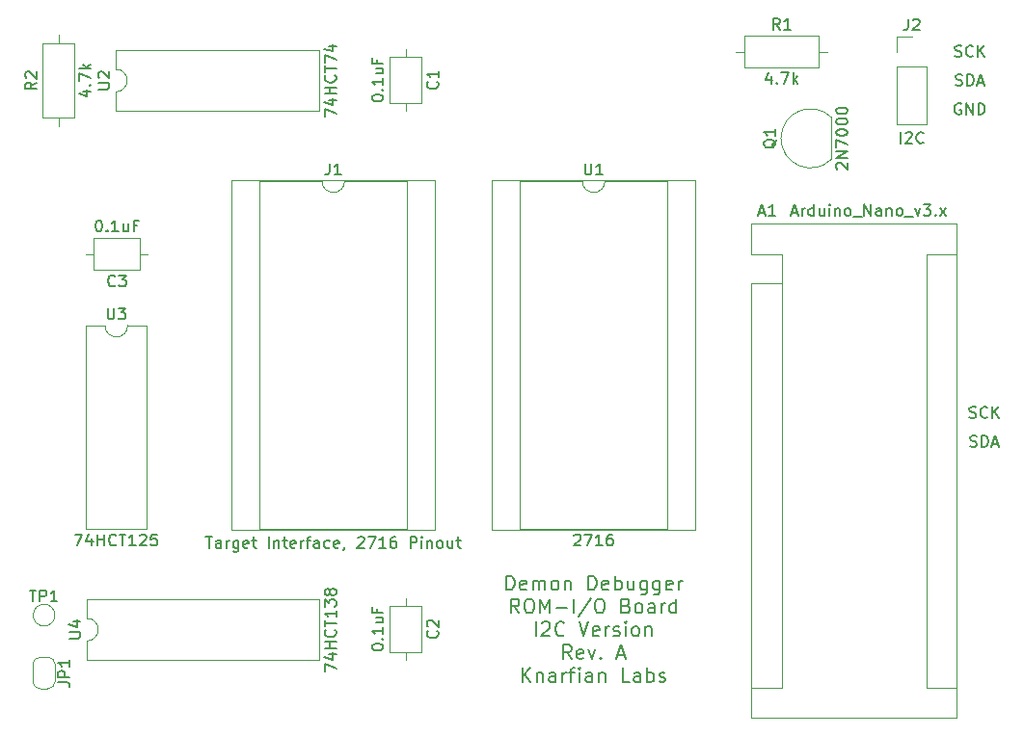
<source format=gbr>
%TF.GenerationSoftware,KiCad,Pcbnew,(5.1.9)-1*%
%TF.CreationDate,2021-04-24T11:27:16-04:00*%
%TF.ProjectId,io_i2c,696f5f69-3263-42e6-9b69-6361645f7063,rev?*%
%TF.SameCoordinates,Original*%
%TF.FileFunction,Legend,Top*%
%TF.FilePolarity,Positive*%
%FSLAX46Y46*%
G04 Gerber Fmt 4.6, Leading zero omitted, Abs format (unit mm)*
G04 Created by KiCad (PCBNEW (5.1.9)-1) date 2021-04-24 11:27:16*
%MOMM*%
%LPD*%
G01*
G04 APERTURE LIST*
%ADD10C,0.150000*%
%ADD11C,0.120000*%
G04 APERTURE END LIST*
D10*
X122428095Y-47760000D02*
X122332857Y-47712380D01*
X122190000Y-47712380D01*
X122047142Y-47760000D01*
X121951904Y-47855238D01*
X121904285Y-47950476D01*
X121856666Y-48140952D01*
X121856666Y-48283809D01*
X121904285Y-48474285D01*
X121951904Y-48569523D01*
X122047142Y-48664761D01*
X122190000Y-48712380D01*
X122285238Y-48712380D01*
X122428095Y-48664761D01*
X122475714Y-48617142D01*
X122475714Y-48283809D01*
X122285238Y-48283809D01*
X122904285Y-48712380D02*
X122904285Y-47712380D01*
X123475714Y-48712380D01*
X123475714Y-47712380D01*
X123951904Y-48712380D02*
X123951904Y-47712380D01*
X124190000Y-47712380D01*
X124332857Y-47760000D01*
X124428095Y-47855238D01*
X124475714Y-47950476D01*
X124523333Y-48140952D01*
X124523333Y-48283809D01*
X124475714Y-48474285D01*
X124428095Y-48569523D01*
X124332857Y-48664761D01*
X124190000Y-48712380D01*
X123951904Y-48712380D01*
X121975714Y-46124761D02*
X122118571Y-46172380D01*
X122356666Y-46172380D01*
X122451904Y-46124761D01*
X122499523Y-46077142D01*
X122547142Y-45981904D01*
X122547142Y-45886666D01*
X122499523Y-45791428D01*
X122451904Y-45743809D01*
X122356666Y-45696190D01*
X122166190Y-45648571D01*
X122070952Y-45600952D01*
X122023333Y-45553333D01*
X121975714Y-45458095D01*
X121975714Y-45362857D01*
X122023333Y-45267619D01*
X122070952Y-45220000D01*
X122166190Y-45172380D01*
X122404285Y-45172380D01*
X122547142Y-45220000D01*
X122975714Y-46172380D02*
X122975714Y-45172380D01*
X123213809Y-45172380D01*
X123356666Y-45220000D01*
X123451904Y-45315238D01*
X123499523Y-45410476D01*
X123547142Y-45600952D01*
X123547142Y-45743809D01*
X123499523Y-45934285D01*
X123451904Y-46029523D01*
X123356666Y-46124761D01*
X123213809Y-46172380D01*
X122975714Y-46172380D01*
X123928095Y-45886666D02*
X124404285Y-45886666D01*
X123832857Y-46172380D02*
X124166190Y-45172380D01*
X124499523Y-46172380D01*
X121904285Y-43584761D02*
X122047142Y-43632380D01*
X122285238Y-43632380D01*
X122380476Y-43584761D01*
X122428095Y-43537142D01*
X122475714Y-43441904D01*
X122475714Y-43346666D01*
X122428095Y-43251428D01*
X122380476Y-43203809D01*
X122285238Y-43156190D01*
X122094761Y-43108571D01*
X121999523Y-43060952D01*
X121951904Y-43013333D01*
X121904285Y-42918095D01*
X121904285Y-42822857D01*
X121951904Y-42727619D01*
X121999523Y-42680000D01*
X122094761Y-42632380D01*
X122332857Y-42632380D01*
X122475714Y-42680000D01*
X123475714Y-43537142D02*
X123428095Y-43584761D01*
X123285238Y-43632380D01*
X123190000Y-43632380D01*
X123047142Y-43584761D01*
X122951904Y-43489523D01*
X122904285Y-43394285D01*
X122856666Y-43203809D01*
X122856666Y-43060952D01*
X122904285Y-42870476D01*
X122951904Y-42775238D01*
X123047142Y-42680000D01*
X123190000Y-42632380D01*
X123285238Y-42632380D01*
X123428095Y-42680000D01*
X123475714Y-42727619D01*
X123904285Y-43632380D02*
X123904285Y-42632380D01*
X124475714Y-43632380D02*
X124047142Y-43060952D01*
X124475714Y-42632380D02*
X123904285Y-43203809D01*
X123245714Y-77874761D02*
X123388571Y-77922380D01*
X123626666Y-77922380D01*
X123721904Y-77874761D01*
X123769523Y-77827142D01*
X123817142Y-77731904D01*
X123817142Y-77636666D01*
X123769523Y-77541428D01*
X123721904Y-77493809D01*
X123626666Y-77446190D01*
X123436190Y-77398571D01*
X123340952Y-77350952D01*
X123293333Y-77303333D01*
X123245714Y-77208095D01*
X123245714Y-77112857D01*
X123293333Y-77017619D01*
X123340952Y-76970000D01*
X123436190Y-76922380D01*
X123674285Y-76922380D01*
X123817142Y-76970000D01*
X124245714Y-77922380D02*
X124245714Y-76922380D01*
X124483809Y-76922380D01*
X124626666Y-76970000D01*
X124721904Y-77065238D01*
X124769523Y-77160476D01*
X124817142Y-77350952D01*
X124817142Y-77493809D01*
X124769523Y-77684285D01*
X124721904Y-77779523D01*
X124626666Y-77874761D01*
X124483809Y-77922380D01*
X124245714Y-77922380D01*
X125198095Y-77636666D02*
X125674285Y-77636666D01*
X125102857Y-77922380D02*
X125436190Y-76922380D01*
X125769523Y-77922380D01*
X123174285Y-75334761D02*
X123317142Y-75382380D01*
X123555238Y-75382380D01*
X123650476Y-75334761D01*
X123698095Y-75287142D01*
X123745714Y-75191904D01*
X123745714Y-75096666D01*
X123698095Y-75001428D01*
X123650476Y-74953809D01*
X123555238Y-74906190D01*
X123364761Y-74858571D01*
X123269523Y-74810952D01*
X123221904Y-74763333D01*
X123174285Y-74668095D01*
X123174285Y-74572857D01*
X123221904Y-74477619D01*
X123269523Y-74430000D01*
X123364761Y-74382380D01*
X123602857Y-74382380D01*
X123745714Y-74430000D01*
X124745714Y-75287142D02*
X124698095Y-75334761D01*
X124555238Y-75382380D01*
X124460000Y-75382380D01*
X124317142Y-75334761D01*
X124221904Y-75239523D01*
X124174285Y-75144285D01*
X124126666Y-74953809D01*
X124126666Y-74810952D01*
X124174285Y-74620476D01*
X124221904Y-74525238D01*
X124317142Y-74430000D01*
X124460000Y-74382380D01*
X124555238Y-74382380D01*
X124698095Y-74430000D01*
X124745714Y-74477619D01*
X125174285Y-75382380D02*
X125174285Y-74382380D01*
X125745714Y-75382380D02*
X125317142Y-74810952D01*
X125745714Y-74382380D02*
X125174285Y-74953809D01*
X82521190Y-90495476D02*
X82521190Y-89245476D01*
X82818809Y-89245476D01*
X82997380Y-89305000D01*
X83116428Y-89424047D01*
X83175952Y-89543095D01*
X83235476Y-89781190D01*
X83235476Y-89959761D01*
X83175952Y-90197857D01*
X83116428Y-90316904D01*
X82997380Y-90435952D01*
X82818809Y-90495476D01*
X82521190Y-90495476D01*
X84247380Y-90435952D02*
X84128333Y-90495476D01*
X83890238Y-90495476D01*
X83771190Y-90435952D01*
X83711666Y-90316904D01*
X83711666Y-89840714D01*
X83771190Y-89721666D01*
X83890238Y-89662142D01*
X84128333Y-89662142D01*
X84247380Y-89721666D01*
X84306904Y-89840714D01*
X84306904Y-89959761D01*
X83711666Y-90078809D01*
X84842619Y-90495476D02*
X84842619Y-89662142D01*
X84842619Y-89781190D02*
X84902142Y-89721666D01*
X85021190Y-89662142D01*
X85199761Y-89662142D01*
X85318809Y-89721666D01*
X85378333Y-89840714D01*
X85378333Y-90495476D01*
X85378333Y-89840714D02*
X85437857Y-89721666D01*
X85556904Y-89662142D01*
X85735476Y-89662142D01*
X85854523Y-89721666D01*
X85914047Y-89840714D01*
X85914047Y-90495476D01*
X86687857Y-90495476D02*
X86568809Y-90435952D01*
X86509285Y-90376428D01*
X86449761Y-90257380D01*
X86449761Y-89900238D01*
X86509285Y-89781190D01*
X86568809Y-89721666D01*
X86687857Y-89662142D01*
X86866428Y-89662142D01*
X86985476Y-89721666D01*
X87045000Y-89781190D01*
X87104523Y-89900238D01*
X87104523Y-90257380D01*
X87045000Y-90376428D01*
X86985476Y-90435952D01*
X86866428Y-90495476D01*
X86687857Y-90495476D01*
X87640238Y-89662142D02*
X87640238Y-90495476D01*
X87640238Y-89781190D02*
X87699761Y-89721666D01*
X87818809Y-89662142D01*
X87997380Y-89662142D01*
X88116428Y-89721666D01*
X88175952Y-89840714D01*
X88175952Y-90495476D01*
X89723571Y-90495476D02*
X89723571Y-89245476D01*
X90021190Y-89245476D01*
X90199761Y-89305000D01*
X90318809Y-89424047D01*
X90378333Y-89543095D01*
X90437857Y-89781190D01*
X90437857Y-89959761D01*
X90378333Y-90197857D01*
X90318809Y-90316904D01*
X90199761Y-90435952D01*
X90021190Y-90495476D01*
X89723571Y-90495476D01*
X91449761Y-90435952D02*
X91330714Y-90495476D01*
X91092619Y-90495476D01*
X90973571Y-90435952D01*
X90914047Y-90316904D01*
X90914047Y-89840714D01*
X90973571Y-89721666D01*
X91092619Y-89662142D01*
X91330714Y-89662142D01*
X91449761Y-89721666D01*
X91509285Y-89840714D01*
X91509285Y-89959761D01*
X90914047Y-90078809D01*
X92045000Y-90495476D02*
X92045000Y-89245476D01*
X92045000Y-89721666D02*
X92164047Y-89662142D01*
X92402142Y-89662142D01*
X92521190Y-89721666D01*
X92580714Y-89781190D01*
X92640238Y-89900238D01*
X92640238Y-90257380D01*
X92580714Y-90376428D01*
X92521190Y-90435952D01*
X92402142Y-90495476D01*
X92164047Y-90495476D01*
X92045000Y-90435952D01*
X93711666Y-89662142D02*
X93711666Y-90495476D01*
X93175952Y-89662142D02*
X93175952Y-90316904D01*
X93235476Y-90435952D01*
X93354523Y-90495476D01*
X93533095Y-90495476D01*
X93652142Y-90435952D01*
X93711666Y-90376428D01*
X94842619Y-89662142D02*
X94842619Y-90674047D01*
X94783095Y-90793095D01*
X94723571Y-90852619D01*
X94604523Y-90912142D01*
X94425952Y-90912142D01*
X94306904Y-90852619D01*
X94842619Y-90435952D02*
X94723571Y-90495476D01*
X94485476Y-90495476D01*
X94366428Y-90435952D01*
X94306904Y-90376428D01*
X94247380Y-90257380D01*
X94247380Y-89900238D01*
X94306904Y-89781190D01*
X94366428Y-89721666D01*
X94485476Y-89662142D01*
X94723571Y-89662142D01*
X94842619Y-89721666D01*
X95973571Y-89662142D02*
X95973571Y-90674047D01*
X95914047Y-90793095D01*
X95854523Y-90852619D01*
X95735476Y-90912142D01*
X95556904Y-90912142D01*
X95437857Y-90852619D01*
X95973571Y-90435952D02*
X95854523Y-90495476D01*
X95616428Y-90495476D01*
X95497380Y-90435952D01*
X95437857Y-90376428D01*
X95378333Y-90257380D01*
X95378333Y-89900238D01*
X95437857Y-89781190D01*
X95497380Y-89721666D01*
X95616428Y-89662142D01*
X95854523Y-89662142D01*
X95973571Y-89721666D01*
X97045000Y-90435952D02*
X96925952Y-90495476D01*
X96687857Y-90495476D01*
X96568809Y-90435952D01*
X96509285Y-90316904D01*
X96509285Y-89840714D01*
X96568809Y-89721666D01*
X96687857Y-89662142D01*
X96925952Y-89662142D01*
X97045000Y-89721666D01*
X97104523Y-89840714D01*
X97104523Y-89959761D01*
X96509285Y-90078809D01*
X97640238Y-90495476D02*
X97640238Y-89662142D01*
X97640238Y-89900238D02*
X97699761Y-89781190D01*
X97759285Y-89721666D01*
X97878333Y-89662142D01*
X97997380Y-89662142D01*
X83622380Y-92520476D02*
X83205714Y-91925238D01*
X82908095Y-92520476D02*
X82908095Y-91270476D01*
X83384285Y-91270476D01*
X83503333Y-91330000D01*
X83562857Y-91389523D01*
X83622380Y-91508571D01*
X83622380Y-91687142D01*
X83562857Y-91806190D01*
X83503333Y-91865714D01*
X83384285Y-91925238D01*
X82908095Y-91925238D01*
X84396190Y-91270476D02*
X84634285Y-91270476D01*
X84753333Y-91330000D01*
X84872380Y-91449047D01*
X84931904Y-91687142D01*
X84931904Y-92103809D01*
X84872380Y-92341904D01*
X84753333Y-92460952D01*
X84634285Y-92520476D01*
X84396190Y-92520476D01*
X84277142Y-92460952D01*
X84158095Y-92341904D01*
X84098571Y-92103809D01*
X84098571Y-91687142D01*
X84158095Y-91449047D01*
X84277142Y-91330000D01*
X84396190Y-91270476D01*
X85467619Y-92520476D02*
X85467619Y-91270476D01*
X85884285Y-92163333D01*
X86300952Y-91270476D01*
X86300952Y-92520476D01*
X86896190Y-92044285D02*
X87848571Y-92044285D01*
X88443809Y-92520476D02*
X88443809Y-91270476D01*
X89931904Y-91210952D02*
X88860476Y-92818095D01*
X90586666Y-91270476D02*
X90824761Y-91270476D01*
X90943809Y-91330000D01*
X91062857Y-91449047D01*
X91122380Y-91687142D01*
X91122380Y-92103809D01*
X91062857Y-92341904D01*
X90943809Y-92460952D01*
X90824761Y-92520476D01*
X90586666Y-92520476D01*
X90467619Y-92460952D01*
X90348571Y-92341904D01*
X90289047Y-92103809D01*
X90289047Y-91687142D01*
X90348571Y-91449047D01*
X90467619Y-91330000D01*
X90586666Y-91270476D01*
X93027142Y-91865714D02*
X93205714Y-91925238D01*
X93265238Y-91984761D01*
X93324761Y-92103809D01*
X93324761Y-92282380D01*
X93265238Y-92401428D01*
X93205714Y-92460952D01*
X93086666Y-92520476D01*
X92610476Y-92520476D01*
X92610476Y-91270476D01*
X93027142Y-91270476D01*
X93146190Y-91330000D01*
X93205714Y-91389523D01*
X93265238Y-91508571D01*
X93265238Y-91627619D01*
X93205714Y-91746666D01*
X93146190Y-91806190D01*
X93027142Y-91865714D01*
X92610476Y-91865714D01*
X94039047Y-92520476D02*
X93920000Y-92460952D01*
X93860476Y-92401428D01*
X93800952Y-92282380D01*
X93800952Y-91925238D01*
X93860476Y-91806190D01*
X93920000Y-91746666D01*
X94039047Y-91687142D01*
X94217619Y-91687142D01*
X94336666Y-91746666D01*
X94396190Y-91806190D01*
X94455714Y-91925238D01*
X94455714Y-92282380D01*
X94396190Y-92401428D01*
X94336666Y-92460952D01*
X94217619Y-92520476D01*
X94039047Y-92520476D01*
X95527142Y-92520476D02*
X95527142Y-91865714D01*
X95467619Y-91746666D01*
X95348571Y-91687142D01*
X95110476Y-91687142D01*
X94991428Y-91746666D01*
X95527142Y-92460952D02*
X95408095Y-92520476D01*
X95110476Y-92520476D01*
X94991428Y-92460952D01*
X94931904Y-92341904D01*
X94931904Y-92222857D01*
X94991428Y-92103809D01*
X95110476Y-92044285D01*
X95408095Y-92044285D01*
X95527142Y-91984761D01*
X96122380Y-92520476D02*
X96122380Y-91687142D01*
X96122380Y-91925238D02*
X96181904Y-91806190D01*
X96241428Y-91746666D01*
X96360476Y-91687142D01*
X96479523Y-91687142D01*
X97431904Y-92520476D02*
X97431904Y-91270476D01*
X97431904Y-92460952D02*
X97312857Y-92520476D01*
X97074761Y-92520476D01*
X96955714Y-92460952D01*
X96896190Y-92401428D01*
X96836666Y-92282380D01*
X96836666Y-91925238D01*
X96896190Y-91806190D01*
X96955714Y-91746666D01*
X97074761Y-91687142D01*
X97312857Y-91687142D01*
X97431904Y-91746666D01*
X85080714Y-94545476D02*
X85080714Y-93295476D01*
X85616428Y-93414523D02*
X85675952Y-93355000D01*
X85795000Y-93295476D01*
X86092619Y-93295476D01*
X86211666Y-93355000D01*
X86271190Y-93414523D01*
X86330714Y-93533571D01*
X86330714Y-93652619D01*
X86271190Y-93831190D01*
X85556904Y-94545476D01*
X86330714Y-94545476D01*
X87580714Y-94426428D02*
X87521190Y-94485952D01*
X87342619Y-94545476D01*
X87223571Y-94545476D01*
X87045000Y-94485952D01*
X86925952Y-94366904D01*
X86866428Y-94247857D01*
X86806904Y-94009761D01*
X86806904Y-93831190D01*
X86866428Y-93593095D01*
X86925952Y-93474047D01*
X87045000Y-93355000D01*
X87223571Y-93295476D01*
X87342619Y-93295476D01*
X87521190Y-93355000D01*
X87580714Y-93414523D01*
X88890238Y-93295476D02*
X89306904Y-94545476D01*
X89723571Y-93295476D01*
X90616428Y-94485952D02*
X90497380Y-94545476D01*
X90259285Y-94545476D01*
X90140238Y-94485952D01*
X90080714Y-94366904D01*
X90080714Y-93890714D01*
X90140238Y-93771666D01*
X90259285Y-93712142D01*
X90497380Y-93712142D01*
X90616428Y-93771666D01*
X90675952Y-93890714D01*
X90675952Y-94009761D01*
X90080714Y-94128809D01*
X91211666Y-94545476D02*
X91211666Y-93712142D01*
X91211666Y-93950238D02*
X91271190Y-93831190D01*
X91330714Y-93771666D01*
X91449761Y-93712142D01*
X91568809Y-93712142D01*
X91925952Y-94485952D02*
X92045000Y-94545476D01*
X92283095Y-94545476D01*
X92402142Y-94485952D01*
X92461666Y-94366904D01*
X92461666Y-94307380D01*
X92402142Y-94188333D01*
X92283095Y-94128809D01*
X92104523Y-94128809D01*
X91985476Y-94069285D01*
X91925952Y-93950238D01*
X91925952Y-93890714D01*
X91985476Y-93771666D01*
X92104523Y-93712142D01*
X92283095Y-93712142D01*
X92402142Y-93771666D01*
X92997380Y-94545476D02*
X92997380Y-93712142D01*
X92997380Y-93295476D02*
X92937857Y-93355000D01*
X92997380Y-93414523D01*
X93056904Y-93355000D01*
X92997380Y-93295476D01*
X92997380Y-93414523D01*
X93771190Y-94545476D02*
X93652142Y-94485952D01*
X93592619Y-94426428D01*
X93533095Y-94307380D01*
X93533095Y-93950238D01*
X93592619Y-93831190D01*
X93652142Y-93771666D01*
X93771190Y-93712142D01*
X93949761Y-93712142D01*
X94068809Y-93771666D01*
X94128333Y-93831190D01*
X94187857Y-93950238D01*
X94187857Y-94307380D01*
X94128333Y-94426428D01*
X94068809Y-94485952D01*
X93949761Y-94545476D01*
X93771190Y-94545476D01*
X94723571Y-93712142D02*
X94723571Y-94545476D01*
X94723571Y-93831190D02*
X94783095Y-93771666D01*
X94902142Y-93712142D01*
X95080714Y-93712142D01*
X95199761Y-93771666D01*
X95259285Y-93890714D01*
X95259285Y-94545476D01*
X88235476Y-96570476D02*
X87818809Y-95975238D01*
X87521190Y-96570476D02*
X87521190Y-95320476D01*
X87997380Y-95320476D01*
X88116428Y-95380000D01*
X88175952Y-95439523D01*
X88235476Y-95558571D01*
X88235476Y-95737142D01*
X88175952Y-95856190D01*
X88116428Y-95915714D01*
X87997380Y-95975238D01*
X87521190Y-95975238D01*
X89247380Y-96510952D02*
X89128333Y-96570476D01*
X88890238Y-96570476D01*
X88771190Y-96510952D01*
X88711666Y-96391904D01*
X88711666Y-95915714D01*
X88771190Y-95796666D01*
X88890238Y-95737142D01*
X89128333Y-95737142D01*
X89247380Y-95796666D01*
X89306904Y-95915714D01*
X89306904Y-96034761D01*
X88711666Y-96153809D01*
X89723571Y-95737142D02*
X90021190Y-96570476D01*
X90318809Y-95737142D01*
X90795000Y-96451428D02*
X90854523Y-96510952D01*
X90795000Y-96570476D01*
X90735476Y-96510952D01*
X90795000Y-96451428D01*
X90795000Y-96570476D01*
X92283095Y-96213333D02*
X92878333Y-96213333D01*
X92164047Y-96570476D02*
X92580714Y-95320476D01*
X92997380Y-96570476D01*
X83920000Y-98595476D02*
X83920000Y-97345476D01*
X84634285Y-98595476D02*
X84098571Y-97881190D01*
X84634285Y-97345476D02*
X83920000Y-98059761D01*
X85170000Y-97762142D02*
X85170000Y-98595476D01*
X85170000Y-97881190D02*
X85229523Y-97821666D01*
X85348571Y-97762142D01*
X85527142Y-97762142D01*
X85646190Y-97821666D01*
X85705714Y-97940714D01*
X85705714Y-98595476D01*
X86836666Y-98595476D02*
X86836666Y-97940714D01*
X86777142Y-97821666D01*
X86658095Y-97762142D01*
X86420000Y-97762142D01*
X86300952Y-97821666D01*
X86836666Y-98535952D02*
X86717619Y-98595476D01*
X86420000Y-98595476D01*
X86300952Y-98535952D01*
X86241428Y-98416904D01*
X86241428Y-98297857D01*
X86300952Y-98178809D01*
X86420000Y-98119285D01*
X86717619Y-98119285D01*
X86836666Y-98059761D01*
X87431904Y-98595476D02*
X87431904Y-97762142D01*
X87431904Y-98000238D02*
X87491428Y-97881190D01*
X87550952Y-97821666D01*
X87670000Y-97762142D01*
X87789047Y-97762142D01*
X88027142Y-97762142D02*
X88503333Y-97762142D01*
X88205714Y-98595476D02*
X88205714Y-97524047D01*
X88265238Y-97405000D01*
X88384285Y-97345476D01*
X88503333Y-97345476D01*
X88920000Y-98595476D02*
X88920000Y-97762142D01*
X88920000Y-97345476D02*
X88860476Y-97405000D01*
X88920000Y-97464523D01*
X88979523Y-97405000D01*
X88920000Y-97345476D01*
X88920000Y-97464523D01*
X90050952Y-98595476D02*
X90050952Y-97940714D01*
X89991428Y-97821666D01*
X89872380Y-97762142D01*
X89634285Y-97762142D01*
X89515238Y-97821666D01*
X90050952Y-98535952D02*
X89931904Y-98595476D01*
X89634285Y-98595476D01*
X89515238Y-98535952D01*
X89455714Y-98416904D01*
X89455714Y-98297857D01*
X89515238Y-98178809D01*
X89634285Y-98119285D01*
X89931904Y-98119285D01*
X90050952Y-98059761D01*
X90646190Y-97762142D02*
X90646190Y-98595476D01*
X90646190Y-97881190D02*
X90705714Y-97821666D01*
X90824761Y-97762142D01*
X91003333Y-97762142D01*
X91122380Y-97821666D01*
X91181904Y-97940714D01*
X91181904Y-98595476D01*
X93324761Y-98595476D02*
X92729523Y-98595476D01*
X92729523Y-97345476D01*
X94277142Y-98595476D02*
X94277142Y-97940714D01*
X94217619Y-97821666D01*
X94098571Y-97762142D01*
X93860476Y-97762142D01*
X93741428Y-97821666D01*
X94277142Y-98535952D02*
X94158095Y-98595476D01*
X93860476Y-98595476D01*
X93741428Y-98535952D01*
X93681904Y-98416904D01*
X93681904Y-98297857D01*
X93741428Y-98178809D01*
X93860476Y-98119285D01*
X94158095Y-98119285D01*
X94277142Y-98059761D01*
X94872380Y-98595476D02*
X94872380Y-97345476D01*
X94872380Y-97821666D02*
X94991428Y-97762142D01*
X95229523Y-97762142D01*
X95348571Y-97821666D01*
X95408095Y-97881190D01*
X95467619Y-98000238D01*
X95467619Y-98357380D01*
X95408095Y-98476428D01*
X95348571Y-98535952D01*
X95229523Y-98595476D01*
X94991428Y-98595476D01*
X94872380Y-98535952D01*
X95943809Y-98535952D02*
X96062857Y-98595476D01*
X96300952Y-98595476D01*
X96420000Y-98535952D01*
X96479523Y-98416904D01*
X96479523Y-98357380D01*
X96420000Y-98238333D01*
X96300952Y-98178809D01*
X96122380Y-98178809D01*
X96003333Y-98119285D01*
X95943809Y-98000238D01*
X95943809Y-97940714D01*
X96003333Y-97821666D01*
X96122380Y-97762142D01*
X96300952Y-97762142D01*
X96420000Y-97821666D01*
D11*
%TO.C,U4*%
X45660000Y-91330000D02*
X45660000Y-92980000D01*
X66100000Y-91330000D02*
X45660000Y-91330000D01*
X66100000Y-96630000D02*
X66100000Y-91330000D01*
X45660000Y-96630000D02*
X66100000Y-96630000D01*
X45660000Y-94980000D02*
X45660000Y-96630000D01*
X45660000Y-92980000D02*
G75*
G02*
X45660000Y-94980000I0J-1000000D01*
G01*
%TO.C,TP1*%
X42860000Y-92710000D02*
G75*
G03*
X42860000Y-92710000I-950000J0D01*
G01*
%TO.C,JP1*%
X42910000Y-97090000D02*
X42910000Y-98490000D01*
X42210000Y-99190000D02*
X41610000Y-99190000D01*
X40910000Y-98490000D02*
X40910000Y-97090000D01*
X41610000Y-96390000D02*
X42210000Y-96390000D01*
X42210000Y-96390000D02*
G75*
G02*
X42910000Y-97090000I0J-700000D01*
G01*
X40910000Y-97090000D02*
G75*
G02*
X41610000Y-96390000I700000J0D01*
G01*
X41610000Y-99190000D02*
G75*
G02*
X40910000Y-98490000I0J700000D01*
G01*
X42910000Y-98490000D02*
G75*
G02*
X42210000Y-99190000I-700000J0D01*
G01*
%TO.C,U1*%
X99120000Y-54490000D02*
X81220000Y-54490000D01*
X99120000Y-85210000D02*
X99120000Y-54490000D01*
X81220000Y-85210000D02*
X99120000Y-85210000D01*
X81220000Y-54490000D02*
X81220000Y-85210000D01*
X96630000Y-54550000D02*
X91170000Y-54550000D01*
X96630000Y-85150000D02*
X96630000Y-54550000D01*
X83710000Y-85150000D02*
X96630000Y-85150000D01*
X83710000Y-54550000D02*
X83710000Y-85150000D01*
X89170000Y-54550000D02*
X83710000Y-54550000D01*
X91170000Y-54550000D02*
G75*
G02*
X89170000Y-54550000I-1000000J0D01*
G01*
%TO.C,C3*%
X45610000Y-60960000D02*
X46300000Y-60960000D01*
X51030000Y-60960000D02*
X50340000Y-60960000D01*
X46300000Y-62380000D02*
X50340000Y-62380000D01*
X46300000Y-59540000D02*
X46300000Y-62380000D01*
X50340000Y-59540000D02*
X46300000Y-59540000D01*
X50340000Y-62380000D02*
X50340000Y-59540000D01*
%TO.C,C2*%
X73660000Y-96630000D02*
X73660000Y-95940000D01*
X73660000Y-91210000D02*
X73660000Y-91900000D01*
X75080000Y-95940000D02*
X75080000Y-91900000D01*
X72240000Y-95940000D02*
X75080000Y-95940000D01*
X72240000Y-91900000D02*
X72240000Y-95940000D01*
X75080000Y-91900000D02*
X72240000Y-91900000D01*
%TO.C,C1*%
X73660000Y-48370000D02*
X73660000Y-47680000D01*
X73660000Y-42950000D02*
X73660000Y-43640000D01*
X75080000Y-47680000D02*
X75080000Y-43640000D01*
X72240000Y-47680000D02*
X75080000Y-47680000D01*
X72240000Y-43640000D02*
X72240000Y-47680000D01*
X75080000Y-43640000D02*
X72240000Y-43640000D01*
%TO.C,R1*%
X110720000Y-43180000D02*
X109950000Y-43180000D01*
X102640000Y-43180000D02*
X103410000Y-43180000D01*
X109950000Y-41810000D02*
X103410000Y-41810000D01*
X109950000Y-44550000D02*
X109950000Y-41810000D01*
X103410000Y-44550000D02*
X109950000Y-44550000D01*
X103410000Y-41810000D02*
X103410000Y-44550000D01*
%TO.C,R2*%
X43180000Y-41680000D02*
X43180000Y-42450000D01*
X43180000Y-49760000D02*
X43180000Y-48990000D01*
X41810000Y-42450000D02*
X41810000Y-48990000D01*
X44550000Y-42450000D02*
X41810000Y-42450000D01*
X44550000Y-48990000D02*
X44550000Y-42450000D01*
X41810000Y-48990000D02*
X44550000Y-48990000D01*
%TO.C,J2*%
X116780000Y-41850000D02*
X118110000Y-41850000D01*
X116780000Y-43180000D02*
X116780000Y-41850000D01*
X116780000Y-44450000D02*
X119440000Y-44450000D01*
X119440000Y-44450000D02*
X119440000Y-49590000D01*
X116780000Y-44450000D02*
X116780000Y-49590000D01*
X116780000Y-49590000D02*
X119440000Y-49590000D01*
%TO.C,Q1*%
X111070000Y-52600000D02*
X111070000Y-49000000D01*
X111058478Y-48961522D02*
G75*
G03*
X106620000Y-50800000I-1838478J-1838478D01*
G01*
X111058478Y-52638478D02*
G75*
G02*
X106620000Y-50800000I-1838478J1838478D01*
G01*
%TO.C,U3*%
X50910000Y-67250000D02*
X49260000Y-67250000D01*
X50910000Y-85150000D02*
X50910000Y-67250000D01*
X45610000Y-85150000D02*
X50910000Y-85150000D01*
X45610000Y-67250000D02*
X45610000Y-85150000D01*
X47260000Y-67250000D02*
X45610000Y-67250000D01*
X49260000Y-67250000D02*
G75*
G02*
X47260000Y-67250000I-1000000J0D01*
G01*
%TO.C,U2*%
X48200000Y-43070000D02*
X48200000Y-44720000D01*
X66100000Y-43070000D02*
X48200000Y-43070000D01*
X66100000Y-48370000D02*
X66100000Y-43070000D01*
X48200000Y-48370000D02*
X66100000Y-48370000D01*
X48200000Y-46720000D02*
X48200000Y-48370000D01*
X48200000Y-44720000D02*
G75*
G02*
X48200000Y-46720000I0J-1000000D01*
G01*
%TO.C,J1*%
X76260000Y-54490000D02*
X58360000Y-54490000D01*
X76260000Y-85210000D02*
X76260000Y-54490000D01*
X58360000Y-85210000D02*
X76260000Y-85210000D01*
X58360000Y-54490000D02*
X58360000Y-85210000D01*
X73770000Y-54550000D02*
X68310000Y-54550000D01*
X73770000Y-85150000D02*
X73770000Y-54550000D01*
X60850000Y-85150000D02*
X73770000Y-85150000D01*
X60850000Y-54550000D02*
X60850000Y-85150000D01*
X66310000Y-54550000D02*
X60850000Y-54550000D01*
X68310000Y-54550000D02*
G75*
G02*
X66310000Y-54550000I-1000000J0D01*
G01*
%TO.C,A1*%
X122050000Y-58290000D02*
X104010000Y-58290000D01*
X122050000Y-101730000D02*
X122050000Y-58290000D01*
X104010000Y-101730000D02*
X122050000Y-101730000D01*
X106680000Y-99060000D02*
X104010000Y-99060000D01*
X106680000Y-63500000D02*
X106680000Y-99060000D01*
X106680000Y-63500000D02*
X104010000Y-63500000D01*
X119380000Y-99060000D02*
X122050000Y-99060000D01*
X119380000Y-60960000D02*
X119380000Y-99060000D01*
X119380000Y-60960000D02*
X122050000Y-60960000D01*
X104010000Y-58290000D02*
X104010000Y-60960000D01*
X104010000Y-63500000D02*
X104010000Y-101730000D01*
X106680000Y-60960000D02*
X104010000Y-60960000D01*
X106680000Y-63500000D02*
X106680000Y-60960000D01*
%TO.C,U4*%
D10*
X44112380Y-94741904D02*
X44921904Y-94741904D01*
X45017142Y-94694285D01*
X45064761Y-94646666D01*
X45112380Y-94551428D01*
X45112380Y-94360952D01*
X45064761Y-94265714D01*
X45017142Y-94218095D01*
X44921904Y-94170476D01*
X44112380Y-94170476D01*
X44445714Y-93265714D02*
X45112380Y-93265714D01*
X44064761Y-93503809D02*
X44779047Y-93741904D01*
X44779047Y-93122857D01*
X66552380Y-97622857D02*
X66552380Y-96956190D01*
X67552380Y-97384761D01*
X66885714Y-96146666D02*
X67552380Y-96146666D01*
X66504761Y-96384761D02*
X67219047Y-96622857D01*
X67219047Y-96003809D01*
X67552380Y-95622857D02*
X66552380Y-95622857D01*
X67028571Y-95622857D02*
X67028571Y-95051428D01*
X67552380Y-95051428D02*
X66552380Y-95051428D01*
X67457142Y-94003809D02*
X67504761Y-94051428D01*
X67552380Y-94194285D01*
X67552380Y-94289523D01*
X67504761Y-94432380D01*
X67409523Y-94527619D01*
X67314285Y-94575238D01*
X67123809Y-94622857D01*
X66980952Y-94622857D01*
X66790476Y-94575238D01*
X66695238Y-94527619D01*
X66600000Y-94432380D01*
X66552380Y-94289523D01*
X66552380Y-94194285D01*
X66600000Y-94051428D01*
X66647619Y-94003809D01*
X66552380Y-93718095D02*
X66552380Y-93146666D01*
X67552380Y-93432380D02*
X66552380Y-93432380D01*
X67552380Y-92289523D02*
X67552380Y-92860952D01*
X67552380Y-92575238D02*
X66552380Y-92575238D01*
X66695238Y-92670476D01*
X66790476Y-92765714D01*
X66838095Y-92860952D01*
X66552380Y-91956190D02*
X66552380Y-91337142D01*
X66933333Y-91670476D01*
X66933333Y-91527619D01*
X66980952Y-91432380D01*
X67028571Y-91384761D01*
X67123809Y-91337142D01*
X67361904Y-91337142D01*
X67457142Y-91384761D01*
X67504761Y-91432380D01*
X67552380Y-91527619D01*
X67552380Y-91813333D01*
X67504761Y-91908571D01*
X67457142Y-91956190D01*
X66980952Y-90765714D02*
X66933333Y-90860952D01*
X66885714Y-90908571D01*
X66790476Y-90956190D01*
X66742857Y-90956190D01*
X66647619Y-90908571D01*
X66600000Y-90860952D01*
X66552380Y-90765714D01*
X66552380Y-90575238D01*
X66600000Y-90480000D01*
X66647619Y-90432380D01*
X66742857Y-90384761D01*
X66790476Y-90384761D01*
X66885714Y-90432380D01*
X66933333Y-90480000D01*
X66980952Y-90575238D01*
X66980952Y-90765714D01*
X67028571Y-90860952D01*
X67076190Y-90908571D01*
X67171428Y-90956190D01*
X67361904Y-90956190D01*
X67457142Y-90908571D01*
X67504761Y-90860952D01*
X67552380Y-90765714D01*
X67552380Y-90575238D01*
X67504761Y-90480000D01*
X67457142Y-90432380D01*
X67361904Y-90384761D01*
X67171428Y-90384761D01*
X67076190Y-90432380D01*
X67028571Y-90480000D01*
X66980952Y-90575238D01*
%TO.C,TP1*%
X40648095Y-90514380D02*
X41219523Y-90514380D01*
X40933809Y-91514380D02*
X40933809Y-90514380D01*
X41552857Y-91514380D02*
X41552857Y-90514380D01*
X41933809Y-90514380D01*
X42029047Y-90562000D01*
X42076666Y-90609619D01*
X42124285Y-90704857D01*
X42124285Y-90847714D01*
X42076666Y-90942952D01*
X42029047Y-90990571D01*
X41933809Y-91038190D01*
X41552857Y-91038190D01*
X43076666Y-91514380D02*
X42505238Y-91514380D01*
X42790952Y-91514380D02*
X42790952Y-90514380D01*
X42695714Y-90657238D01*
X42600476Y-90752476D01*
X42505238Y-90800095D01*
%TO.C,JP1*%
X43162380Y-98623333D02*
X43876666Y-98623333D01*
X44019523Y-98670952D01*
X44114761Y-98766190D01*
X44162380Y-98909047D01*
X44162380Y-99004285D01*
X44162380Y-98147142D02*
X43162380Y-98147142D01*
X43162380Y-97766190D01*
X43210000Y-97670952D01*
X43257619Y-97623333D01*
X43352857Y-97575714D01*
X43495714Y-97575714D01*
X43590952Y-97623333D01*
X43638571Y-97670952D01*
X43686190Y-97766190D01*
X43686190Y-98147142D01*
X44162380Y-96623333D02*
X44162380Y-97194761D01*
X44162380Y-96909047D02*
X43162380Y-96909047D01*
X43305238Y-97004285D01*
X43400476Y-97099523D01*
X43448095Y-97194761D01*
%TO.C,U1*%
X89408095Y-53002380D02*
X89408095Y-53811904D01*
X89455714Y-53907142D01*
X89503333Y-53954761D01*
X89598571Y-54002380D01*
X89789047Y-54002380D01*
X89884285Y-53954761D01*
X89931904Y-53907142D01*
X89979523Y-53811904D01*
X89979523Y-53002380D01*
X90979523Y-54002380D02*
X90408095Y-54002380D01*
X90693809Y-54002380D02*
X90693809Y-53002380D01*
X90598571Y-53145238D01*
X90503333Y-53240476D01*
X90408095Y-53288095D01*
X88455714Y-85697619D02*
X88503333Y-85650000D01*
X88598571Y-85602380D01*
X88836666Y-85602380D01*
X88931904Y-85650000D01*
X88979523Y-85697619D01*
X89027142Y-85792857D01*
X89027142Y-85888095D01*
X88979523Y-86030952D01*
X88408095Y-86602380D01*
X89027142Y-86602380D01*
X89360476Y-85602380D02*
X90027142Y-85602380D01*
X89598571Y-86602380D01*
X90931904Y-86602380D02*
X90360476Y-86602380D01*
X90646190Y-86602380D02*
X90646190Y-85602380D01*
X90550952Y-85745238D01*
X90455714Y-85840476D01*
X90360476Y-85888095D01*
X91789047Y-85602380D02*
X91598571Y-85602380D01*
X91503333Y-85650000D01*
X91455714Y-85697619D01*
X91360476Y-85840476D01*
X91312857Y-86030952D01*
X91312857Y-86411904D01*
X91360476Y-86507142D01*
X91408095Y-86554761D01*
X91503333Y-86602380D01*
X91693809Y-86602380D01*
X91789047Y-86554761D01*
X91836666Y-86507142D01*
X91884285Y-86411904D01*
X91884285Y-86173809D01*
X91836666Y-86078571D01*
X91789047Y-86030952D01*
X91693809Y-85983333D01*
X91503333Y-85983333D01*
X91408095Y-86030952D01*
X91360476Y-86078571D01*
X91312857Y-86173809D01*
%TO.C,C3*%
X48153333Y-63737142D02*
X48105714Y-63784761D01*
X47962857Y-63832380D01*
X47867619Y-63832380D01*
X47724761Y-63784761D01*
X47629523Y-63689523D01*
X47581904Y-63594285D01*
X47534285Y-63403809D01*
X47534285Y-63260952D01*
X47581904Y-63070476D01*
X47629523Y-62975238D01*
X47724761Y-62880000D01*
X47867619Y-62832380D01*
X47962857Y-62832380D01*
X48105714Y-62880000D01*
X48153333Y-62927619D01*
X48486666Y-62832380D02*
X49105714Y-62832380D01*
X48772380Y-63213333D01*
X48915238Y-63213333D01*
X49010476Y-63260952D01*
X49058095Y-63308571D01*
X49105714Y-63403809D01*
X49105714Y-63641904D01*
X49058095Y-63737142D01*
X49010476Y-63784761D01*
X48915238Y-63832380D01*
X48629523Y-63832380D01*
X48534285Y-63784761D01*
X48486666Y-63737142D01*
X46677142Y-57992380D02*
X46772380Y-57992380D01*
X46867619Y-58040000D01*
X46915238Y-58087619D01*
X46962857Y-58182857D01*
X47010476Y-58373333D01*
X47010476Y-58611428D01*
X46962857Y-58801904D01*
X46915238Y-58897142D01*
X46867619Y-58944761D01*
X46772380Y-58992380D01*
X46677142Y-58992380D01*
X46581904Y-58944761D01*
X46534285Y-58897142D01*
X46486666Y-58801904D01*
X46439047Y-58611428D01*
X46439047Y-58373333D01*
X46486666Y-58182857D01*
X46534285Y-58087619D01*
X46581904Y-58040000D01*
X46677142Y-57992380D01*
X47439047Y-58897142D02*
X47486666Y-58944761D01*
X47439047Y-58992380D01*
X47391428Y-58944761D01*
X47439047Y-58897142D01*
X47439047Y-58992380D01*
X48439047Y-58992380D02*
X47867619Y-58992380D01*
X48153333Y-58992380D02*
X48153333Y-57992380D01*
X48058095Y-58135238D01*
X47962857Y-58230476D01*
X47867619Y-58278095D01*
X49296190Y-58325714D02*
X49296190Y-58992380D01*
X48867619Y-58325714D02*
X48867619Y-58849523D01*
X48915238Y-58944761D01*
X49010476Y-58992380D01*
X49153333Y-58992380D01*
X49248571Y-58944761D01*
X49296190Y-58897142D01*
X50105714Y-58468571D02*
X49772380Y-58468571D01*
X49772380Y-58992380D02*
X49772380Y-57992380D01*
X50248571Y-57992380D01*
%TO.C,C2*%
X76437142Y-94086666D02*
X76484761Y-94134285D01*
X76532380Y-94277142D01*
X76532380Y-94372380D01*
X76484761Y-94515238D01*
X76389523Y-94610476D01*
X76294285Y-94658095D01*
X76103809Y-94705714D01*
X75960952Y-94705714D01*
X75770476Y-94658095D01*
X75675238Y-94610476D01*
X75580000Y-94515238D01*
X75532380Y-94372380D01*
X75532380Y-94277142D01*
X75580000Y-94134285D01*
X75627619Y-94086666D01*
X75627619Y-93705714D02*
X75580000Y-93658095D01*
X75532380Y-93562857D01*
X75532380Y-93324761D01*
X75580000Y-93229523D01*
X75627619Y-93181904D01*
X75722857Y-93134285D01*
X75818095Y-93134285D01*
X75960952Y-93181904D01*
X76532380Y-93753333D01*
X76532380Y-93134285D01*
X70692380Y-95562857D02*
X70692380Y-95467619D01*
X70740000Y-95372380D01*
X70787619Y-95324761D01*
X70882857Y-95277142D01*
X71073333Y-95229523D01*
X71311428Y-95229523D01*
X71501904Y-95277142D01*
X71597142Y-95324761D01*
X71644761Y-95372380D01*
X71692380Y-95467619D01*
X71692380Y-95562857D01*
X71644761Y-95658095D01*
X71597142Y-95705714D01*
X71501904Y-95753333D01*
X71311428Y-95800952D01*
X71073333Y-95800952D01*
X70882857Y-95753333D01*
X70787619Y-95705714D01*
X70740000Y-95658095D01*
X70692380Y-95562857D01*
X71597142Y-94800952D02*
X71644761Y-94753333D01*
X71692380Y-94800952D01*
X71644761Y-94848571D01*
X71597142Y-94800952D01*
X71692380Y-94800952D01*
X71692380Y-93800952D02*
X71692380Y-94372380D01*
X71692380Y-94086666D02*
X70692380Y-94086666D01*
X70835238Y-94181904D01*
X70930476Y-94277142D01*
X70978095Y-94372380D01*
X71025714Y-92943809D02*
X71692380Y-92943809D01*
X71025714Y-93372380D02*
X71549523Y-93372380D01*
X71644761Y-93324761D01*
X71692380Y-93229523D01*
X71692380Y-93086666D01*
X71644761Y-92991428D01*
X71597142Y-92943809D01*
X71168571Y-92134285D02*
X71168571Y-92467619D01*
X71692380Y-92467619D02*
X70692380Y-92467619D01*
X70692380Y-91991428D01*
%TO.C,C1*%
X76437142Y-45826666D02*
X76484761Y-45874285D01*
X76532380Y-46017142D01*
X76532380Y-46112380D01*
X76484761Y-46255238D01*
X76389523Y-46350476D01*
X76294285Y-46398095D01*
X76103809Y-46445714D01*
X75960952Y-46445714D01*
X75770476Y-46398095D01*
X75675238Y-46350476D01*
X75580000Y-46255238D01*
X75532380Y-46112380D01*
X75532380Y-46017142D01*
X75580000Y-45874285D01*
X75627619Y-45826666D01*
X76532380Y-44874285D02*
X76532380Y-45445714D01*
X76532380Y-45160000D02*
X75532380Y-45160000D01*
X75675238Y-45255238D01*
X75770476Y-45350476D01*
X75818095Y-45445714D01*
X70692380Y-47302857D02*
X70692380Y-47207619D01*
X70740000Y-47112380D01*
X70787619Y-47064761D01*
X70882857Y-47017142D01*
X71073333Y-46969523D01*
X71311428Y-46969523D01*
X71501904Y-47017142D01*
X71597142Y-47064761D01*
X71644761Y-47112380D01*
X71692380Y-47207619D01*
X71692380Y-47302857D01*
X71644761Y-47398095D01*
X71597142Y-47445714D01*
X71501904Y-47493333D01*
X71311428Y-47540952D01*
X71073333Y-47540952D01*
X70882857Y-47493333D01*
X70787619Y-47445714D01*
X70740000Y-47398095D01*
X70692380Y-47302857D01*
X71597142Y-46540952D02*
X71644761Y-46493333D01*
X71692380Y-46540952D01*
X71644761Y-46588571D01*
X71597142Y-46540952D01*
X71692380Y-46540952D01*
X71692380Y-45540952D02*
X71692380Y-46112380D01*
X71692380Y-45826666D02*
X70692380Y-45826666D01*
X70835238Y-45921904D01*
X70930476Y-46017142D01*
X70978095Y-46112380D01*
X71025714Y-44683809D02*
X71692380Y-44683809D01*
X71025714Y-45112380D02*
X71549523Y-45112380D01*
X71644761Y-45064761D01*
X71692380Y-44969523D01*
X71692380Y-44826666D01*
X71644761Y-44731428D01*
X71597142Y-44683809D01*
X71168571Y-43874285D02*
X71168571Y-44207619D01*
X71692380Y-44207619D02*
X70692380Y-44207619D01*
X70692380Y-43731428D01*
%TO.C,R1*%
X106513333Y-41262380D02*
X106180000Y-40786190D01*
X105941904Y-41262380D02*
X105941904Y-40262380D01*
X106322857Y-40262380D01*
X106418095Y-40310000D01*
X106465714Y-40357619D01*
X106513333Y-40452857D01*
X106513333Y-40595714D01*
X106465714Y-40690952D01*
X106418095Y-40738571D01*
X106322857Y-40786190D01*
X105941904Y-40786190D01*
X107465714Y-41262380D02*
X106894285Y-41262380D01*
X107180000Y-41262380D02*
X107180000Y-40262380D01*
X107084761Y-40405238D01*
X106989523Y-40500476D01*
X106894285Y-40548095D01*
X105751428Y-45335714D02*
X105751428Y-46002380D01*
X105513333Y-44954761D02*
X105275238Y-45669047D01*
X105894285Y-45669047D01*
X106275238Y-45907142D02*
X106322857Y-45954761D01*
X106275238Y-46002380D01*
X106227619Y-45954761D01*
X106275238Y-45907142D01*
X106275238Y-46002380D01*
X106656190Y-45002380D02*
X107322857Y-45002380D01*
X106894285Y-46002380D01*
X107703809Y-46002380D02*
X107703809Y-45002380D01*
X107799047Y-45621428D02*
X108084761Y-46002380D01*
X108084761Y-45335714D02*
X107703809Y-45716666D01*
%TO.C,R2*%
X41262380Y-45886666D02*
X40786190Y-46220000D01*
X41262380Y-46458095D02*
X40262380Y-46458095D01*
X40262380Y-46077142D01*
X40310000Y-45981904D01*
X40357619Y-45934285D01*
X40452857Y-45886666D01*
X40595714Y-45886666D01*
X40690952Y-45934285D01*
X40738571Y-45981904D01*
X40786190Y-46077142D01*
X40786190Y-46458095D01*
X40357619Y-45505714D02*
X40310000Y-45458095D01*
X40262380Y-45362857D01*
X40262380Y-45124761D01*
X40310000Y-45029523D01*
X40357619Y-44981904D01*
X40452857Y-44934285D01*
X40548095Y-44934285D01*
X40690952Y-44981904D01*
X41262380Y-45553333D01*
X41262380Y-44934285D01*
X45335714Y-46648571D02*
X46002380Y-46648571D01*
X44954761Y-46886666D02*
X45669047Y-47124761D01*
X45669047Y-46505714D01*
X45907142Y-46124761D02*
X45954761Y-46077142D01*
X46002380Y-46124761D01*
X45954761Y-46172380D01*
X45907142Y-46124761D01*
X46002380Y-46124761D01*
X45002380Y-45743809D02*
X45002380Y-45077142D01*
X46002380Y-45505714D01*
X46002380Y-44696190D02*
X45002380Y-44696190D01*
X45621428Y-44600952D02*
X46002380Y-44315238D01*
X45335714Y-44315238D02*
X45716666Y-44696190D01*
%TO.C,J2*%
X117776666Y-40302380D02*
X117776666Y-41016666D01*
X117729047Y-41159523D01*
X117633809Y-41254761D01*
X117490952Y-41302380D01*
X117395714Y-41302380D01*
X118205238Y-40397619D02*
X118252857Y-40350000D01*
X118348095Y-40302380D01*
X118586190Y-40302380D01*
X118681428Y-40350000D01*
X118729047Y-40397619D01*
X118776666Y-40492857D01*
X118776666Y-40588095D01*
X118729047Y-40730952D01*
X118157619Y-41302380D01*
X118776666Y-41302380D01*
X117133809Y-51252380D02*
X117133809Y-50252380D01*
X117562380Y-50347619D02*
X117610000Y-50300000D01*
X117705238Y-50252380D01*
X117943333Y-50252380D01*
X118038571Y-50300000D01*
X118086190Y-50347619D01*
X118133809Y-50442857D01*
X118133809Y-50538095D01*
X118086190Y-50680952D01*
X117514761Y-51252380D01*
X118133809Y-51252380D01*
X119133809Y-51157142D02*
X119086190Y-51204761D01*
X118943333Y-51252380D01*
X118848095Y-51252380D01*
X118705238Y-51204761D01*
X118610000Y-51109523D01*
X118562380Y-51014285D01*
X118514761Y-50823809D01*
X118514761Y-50680952D01*
X118562380Y-50490476D01*
X118610000Y-50395238D01*
X118705238Y-50300000D01*
X118848095Y-50252380D01*
X118943333Y-50252380D01*
X119086190Y-50300000D01*
X119133809Y-50347619D01*
%TO.C,Q1*%
X106207619Y-50895238D02*
X106160000Y-50990476D01*
X106064761Y-51085714D01*
X105921904Y-51228571D01*
X105874285Y-51323809D01*
X105874285Y-51419047D01*
X106112380Y-51371428D02*
X106064761Y-51466666D01*
X105969523Y-51561904D01*
X105779047Y-51609523D01*
X105445714Y-51609523D01*
X105255238Y-51561904D01*
X105160000Y-51466666D01*
X105112380Y-51371428D01*
X105112380Y-51180952D01*
X105160000Y-51085714D01*
X105255238Y-50990476D01*
X105445714Y-50942857D01*
X105779047Y-50942857D01*
X105969523Y-50990476D01*
X106064761Y-51085714D01*
X106112380Y-51180952D01*
X106112380Y-51371428D01*
X106112380Y-49990476D02*
X106112380Y-50561904D01*
X106112380Y-50276190D02*
X105112380Y-50276190D01*
X105255238Y-50371428D01*
X105350476Y-50466666D01*
X105398095Y-50561904D01*
X111557619Y-53514285D02*
X111510000Y-53466666D01*
X111462380Y-53371428D01*
X111462380Y-53133333D01*
X111510000Y-53038095D01*
X111557619Y-52990476D01*
X111652857Y-52942857D01*
X111748095Y-52942857D01*
X111890952Y-52990476D01*
X112462380Y-53561904D01*
X112462380Y-52942857D01*
X112462380Y-52514285D02*
X111462380Y-52514285D01*
X112462380Y-51942857D01*
X111462380Y-51942857D01*
X111462380Y-51561904D02*
X111462380Y-50895238D01*
X112462380Y-51323809D01*
X111462380Y-50323809D02*
X111462380Y-50228571D01*
X111510000Y-50133333D01*
X111557619Y-50085714D01*
X111652857Y-50038095D01*
X111843333Y-49990476D01*
X112081428Y-49990476D01*
X112271904Y-50038095D01*
X112367142Y-50085714D01*
X112414761Y-50133333D01*
X112462380Y-50228571D01*
X112462380Y-50323809D01*
X112414761Y-50419047D01*
X112367142Y-50466666D01*
X112271904Y-50514285D01*
X112081428Y-50561904D01*
X111843333Y-50561904D01*
X111652857Y-50514285D01*
X111557619Y-50466666D01*
X111510000Y-50419047D01*
X111462380Y-50323809D01*
X111462380Y-49371428D02*
X111462380Y-49276190D01*
X111510000Y-49180952D01*
X111557619Y-49133333D01*
X111652857Y-49085714D01*
X111843333Y-49038095D01*
X112081428Y-49038095D01*
X112271904Y-49085714D01*
X112367142Y-49133333D01*
X112414761Y-49180952D01*
X112462380Y-49276190D01*
X112462380Y-49371428D01*
X112414761Y-49466666D01*
X112367142Y-49514285D01*
X112271904Y-49561904D01*
X112081428Y-49609523D01*
X111843333Y-49609523D01*
X111652857Y-49561904D01*
X111557619Y-49514285D01*
X111510000Y-49466666D01*
X111462380Y-49371428D01*
X111462380Y-48419047D02*
X111462380Y-48323809D01*
X111510000Y-48228571D01*
X111557619Y-48180952D01*
X111652857Y-48133333D01*
X111843333Y-48085714D01*
X112081428Y-48085714D01*
X112271904Y-48133333D01*
X112367142Y-48180952D01*
X112414761Y-48228571D01*
X112462380Y-48323809D01*
X112462380Y-48419047D01*
X112414761Y-48514285D01*
X112367142Y-48561904D01*
X112271904Y-48609523D01*
X112081428Y-48657142D01*
X111843333Y-48657142D01*
X111652857Y-48609523D01*
X111557619Y-48561904D01*
X111510000Y-48514285D01*
X111462380Y-48419047D01*
%TO.C,U3*%
X47498095Y-65702380D02*
X47498095Y-66511904D01*
X47545714Y-66607142D01*
X47593333Y-66654761D01*
X47688571Y-66702380D01*
X47879047Y-66702380D01*
X47974285Y-66654761D01*
X48021904Y-66607142D01*
X48069523Y-66511904D01*
X48069523Y-65702380D01*
X48450476Y-65702380D02*
X49069523Y-65702380D01*
X48736190Y-66083333D01*
X48879047Y-66083333D01*
X48974285Y-66130952D01*
X49021904Y-66178571D01*
X49069523Y-66273809D01*
X49069523Y-66511904D01*
X49021904Y-66607142D01*
X48974285Y-66654761D01*
X48879047Y-66702380D01*
X48593333Y-66702380D01*
X48498095Y-66654761D01*
X48450476Y-66607142D01*
X44617142Y-85602380D02*
X45283809Y-85602380D01*
X44855238Y-86602380D01*
X46093333Y-85935714D02*
X46093333Y-86602380D01*
X45855238Y-85554761D02*
X45617142Y-86269047D01*
X46236190Y-86269047D01*
X46617142Y-86602380D02*
X46617142Y-85602380D01*
X46617142Y-86078571D02*
X47188571Y-86078571D01*
X47188571Y-86602380D02*
X47188571Y-85602380D01*
X48236190Y-86507142D02*
X48188571Y-86554761D01*
X48045714Y-86602380D01*
X47950476Y-86602380D01*
X47807619Y-86554761D01*
X47712380Y-86459523D01*
X47664761Y-86364285D01*
X47617142Y-86173809D01*
X47617142Y-86030952D01*
X47664761Y-85840476D01*
X47712380Y-85745238D01*
X47807619Y-85650000D01*
X47950476Y-85602380D01*
X48045714Y-85602380D01*
X48188571Y-85650000D01*
X48236190Y-85697619D01*
X48521904Y-85602380D02*
X49093333Y-85602380D01*
X48807619Y-86602380D02*
X48807619Y-85602380D01*
X49950476Y-86602380D02*
X49379047Y-86602380D01*
X49664761Y-86602380D02*
X49664761Y-85602380D01*
X49569523Y-85745238D01*
X49474285Y-85840476D01*
X49379047Y-85888095D01*
X50331428Y-85697619D02*
X50379047Y-85650000D01*
X50474285Y-85602380D01*
X50712380Y-85602380D01*
X50807619Y-85650000D01*
X50855238Y-85697619D01*
X50902857Y-85792857D01*
X50902857Y-85888095D01*
X50855238Y-86030952D01*
X50283809Y-86602380D01*
X50902857Y-86602380D01*
X51807619Y-85602380D02*
X51331428Y-85602380D01*
X51283809Y-86078571D01*
X51331428Y-86030952D01*
X51426666Y-85983333D01*
X51664761Y-85983333D01*
X51760000Y-86030952D01*
X51807619Y-86078571D01*
X51855238Y-86173809D01*
X51855238Y-86411904D01*
X51807619Y-86507142D01*
X51760000Y-86554761D01*
X51664761Y-86602380D01*
X51426666Y-86602380D01*
X51331428Y-86554761D01*
X51283809Y-86507142D01*
%TO.C,U2*%
X46652380Y-46481904D02*
X47461904Y-46481904D01*
X47557142Y-46434285D01*
X47604761Y-46386666D01*
X47652380Y-46291428D01*
X47652380Y-46100952D01*
X47604761Y-46005714D01*
X47557142Y-45958095D01*
X47461904Y-45910476D01*
X46652380Y-45910476D01*
X46747619Y-45481904D02*
X46700000Y-45434285D01*
X46652380Y-45339047D01*
X46652380Y-45100952D01*
X46700000Y-45005714D01*
X46747619Y-44958095D01*
X46842857Y-44910476D01*
X46938095Y-44910476D01*
X47080952Y-44958095D01*
X47652380Y-45529523D01*
X47652380Y-44910476D01*
X66552380Y-48886666D02*
X66552380Y-48220000D01*
X67552380Y-48648571D01*
X66885714Y-47410476D02*
X67552380Y-47410476D01*
X66504761Y-47648571D02*
X67219047Y-47886666D01*
X67219047Y-47267619D01*
X67552380Y-46886666D02*
X66552380Y-46886666D01*
X67028571Y-46886666D02*
X67028571Y-46315238D01*
X67552380Y-46315238D02*
X66552380Y-46315238D01*
X67457142Y-45267619D02*
X67504761Y-45315238D01*
X67552380Y-45458095D01*
X67552380Y-45553333D01*
X67504761Y-45696190D01*
X67409523Y-45791428D01*
X67314285Y-45839047D01*
X67123809Y-45886666D01*
X66980952Y-45886666D01*
X66790476Y-45839047D01*
X66695238Y-45791428D01*
X66600000Y-45696190D01*
X66552380Y-45553333D01*
X66552380Y-45458095D01*
X66600000Y-45315238D01*
X66647619Y-45267619D01*
X66552380Y-44981904D02*
X66552380Y-44410476D01*
X67552380Y-44696190D02*
X66552380Y-44696190D01*
X66552380Y-44172380D02*
X66552380Y-43505714D01*
X67552380Y-43934285D01*
X66885714Y-42696190D02*
X67552380Y-42696190D01*
X66504761Y-42934285D02*
X67219047Y-43172380D01*
X67219047Y-42553333D01*
%TO.C,J1*%
X66976666Y-53002380D02*
X66976666Y-53716666D01*
X66929047Y-53859523D01*
X66833809Y-53954761D01*
X66690952Y-54002380D01*
X66595714Y-54002380D01*
X67976666Y-54002380D02*
X67405238Y-54002380D01*
X67690952Y-54002380D02*
X67690952Y-53002380D01*
X67595714Y-53145238D01*
X67500476Y-53240476D01*
X67405238Y-53288095D01*
X56119523Y-85812380D02*
X56690952Y-85812380D01*
X56405238Y-86812380D02*
X56405238Y-85812380D01*
X57452857Y-86812380D02*
X57452857Y-86288571D01*
X57405238Y-86193333D01*
X57310000Y-86145714D01*
X57119523Y-86145714D01*
X57024285Y-86193333D01*
X57452857Y-86764761D02*
X57357619Y-86812380D01*
X57119523Y-86812380D01*
X57024285Y-86764761D01*
X56976666Y-86669523D01*
X56976666Y-86574285D01*
X57024285Y-86479047D01*
X57119523Y-86431428D01*
X57357619Y-86431428D01*
X57452857Y-86383809D01*
X57929047Y-86812380D02*
X57929047Y-86145714D01*
X57929047Y-86336190D02*
X57976666Y-86240952D01*
X58024285Y-86193333D01*
X58119523Y-86145714D01*
X58214761Y-86145714D01*
X58976666Y-86145714D02*
X58976666Y-86955238D01*
X58929047Y-87050476D01*
X58881428Y-87098095D01*
X58786190Y-87145714D01*
X58643333Y-87145714D01*
X58548095Y-87098095D01*
X58976666Y-86764761D02*
X58881428Y-86812380D01*
X58690952Y-86812380D01*
X58595714Y-86764761D01*
X58548095Y-86717142D01*
X58500476Y-86621904D01*
X58500476Y-86336190D01*
X58548095Y-86240952D01*
X58595714Y-86193333D01*
X58690952Y-86145714D01*
X58881428Y-86145714D01*
X58976666Y-86193333D01*
X59833809Y-86764761D02*
X59738571Y-86812380D01*
X59548095Y-86812380D01*
X59452857Y-86764761D01*
X59405238Y-86669523D01*
X59405238Y-86288571D01*
X59452857Y-86193333D01*
X59548095Y-86145714D01*
X59738571Y-86145714D01*
X59833809Y-86193333D01*
X59881428Y-86288571D01*
X59881428Y-86383809D01*
X59405238Y-86479047D01*
X60167142Y-86145714D02*
X60548095Y-86145714D01*
X60310000Y-85812380D02*
X60310000Y-86669523D01*
X60357619Y-86764761D01*
X60452857Y-86812380D01*
X60548095Y-86812380D01*
X61643333Y-86812380D02*
X61643333Y-85812380D01*
X62119523Y-86145714D02*
X62119523Y-86812380D01*
X62119523Y-86240952D02*
X62167142Y-86193333D01*
X62262380Y-86145714D01*
X62405238Y-86145714D01*
X62500476Y-86193333D01*
X62548095Y-86288571D01*
X62548095Y-86812380D01*
X62881428Y-86145714D02*
X63262380Y-86145714D01*
X63024285Y-85812380D02*
X63024285Y-86669523D01*
X63071904Y-86764761D01*
X63167142Y-86812380D01*
X63262380Y-86812380D01*
X63976666Y-86764761D02*
X63881428Y-86812380D01*
X63690952Y-86812380D01*
X63595714Y-86764761D01*
X63548095Y-86669523D01*
X63548095Y-86288571D01*
X63595714Y-86193333D01*
X63690952Y-86145714D01*
X63881428Y-86145714D01*
X63976666Y-86193333D01*
X64024285Y-86288571D01*
X64024285Y-86383809D01*
X63548095Y-86479047D01*
X64452857Y-86812380D02*
X64452857Y-86145714D01*
X64452857Y-86336190D02*
X64500476Y-86240952D01*
X64548095Y-86193333D01*
X64643333Y-86145714D01*
X64738571Y-86145714D01*
X64929047Y-86145714D02*
X65310000Y-86145714D01*
X65071904Y-86812380D02*
X65071904Y-85955238D01*
X65119523Y-85860000D01*
X65214761Y-85812380D01*
X65310000Y-85812380D01*
X66071904Y-86812380D02*
X66071904Y-86288571D01*
X66024285Y-86193333D01*
X65929047Y-86145714D01*
X65738571Y-86145714D01*
X65643333Y-86193333D01*
X66071904Y-86764761D02*
X65976666Y-86812380D01*
X65738571Y-86812380D01*
X65643333Y-86764761D01*
X65595714Y-86669523D01*
X65595714Y-86574285D01*
X65643333Y-86479047D01*
X65738571Y-86431428D01*
X65976666Y-86431428D01*
X66071904Y-86383809D01*
X66976666Y-86764761D02*
X66881428Y-86812380D01*
X66690952Y-86812380D01*
X66595714Y-86764761D01*
X66548095Y-86717142D01*
X66500476Y-86621904D01*
X66500476Y-86336190D01*
X66548095Y-86240952D01*
X66595714Y-86193333D01*
X66690952Y-86145714D01*
X66881428Y-86145714D01*
X66976666Y-86193333D01*
X67786190Y-86764761D02*
X67690952Y-86812380D01*
X67500476Y-86812380D01*
X67405238Y-86764761D01*
X67357619Y-86669523D01*
X67357619Y-86288571D01*
X67405238Y-86193333D01*
X67500476Y-86145714D01*
X67690952Y-86145714D01*
X67786190Y-86193333D01*
X67833809Y-86288571D01*
X67833809Y-86383809D01*
X67357619Y-86479047D01*
X68310000Y-86764761D02*
X68310000Y-86812380D01*
X68262380Y-86907619D01*
X68214761Y-86955238D01*
X69452857Y-85907619D02*
X69500476Y-85860000D01*
X69595714Y-85812380D01*
X69833809Y-85812380D01*
X69929047Y-85860000D01*
X69976666Y-85907619D01*
X70024285Y-86002857D01*
X70024285Y-86098095D01*
X69976666Y-86240952D01*
X69405238Y-86812380D01*
X70024285Y-86812380D01*
X70357619Y-85812380D02*
X71024285Y-85812380D01*
X70595714Y-86812380D01*
X71929047Y-86812380D02*
X71357619Y-86812380D01*
X71643333Y-86812380D02*
X71643333Y-85812380D01*
X71548095Y-85955238D01*
X71452857Y-86050476D01*
X71357619Y-86098095D01*
X72786190Y-85812380D02*
X72595714Y-85812380D01*
X72500476Y-85860000D01*
X72452857Y-85907619D01*
X72357619Y-86050476D01*
X72310000Y-86240952D01*
X72310000Y-86621904D01*
X72357619Y-86717142D01*
X72405238Y-86764761D01*
X72500476Y-86812380D01*
X72690952Y-86812380D01*
X72786190Y-86764761D01*
X72833809Y-86717142D01*
X72881428Y-86621904D01*
X72881428Y-86383809D01*
X72833809Y-86288571D01*
X72786190Y-86240952D01*
X72690952Y-86193333D01*
X72500476Y-86193333D01*
X72405238Y-86240952D01*
X72357619Y-86288571D01*
X72310000Y-86383809D01*
X74071904Y-86812380D02*
X74071904Y-85812380D01*
X74452857Y-85812380D01*
X74548095Y-85860000D01*
X74595714Y-85907619D01*
X74643333Y-86002857D01*
X74643333Y-86145714D01*
X74595714Y-86240952D01*
X74548095Y-86288571D01*
X74452857Y-86336190D01*
X74071904Y-86336190D01*
X75071904Y-86812380D02*
X75071904Y-86145714D01*
X75071904Y-85812380D02*
X75024285Y-85860000D01*
X75071904Y-85907619D01*
X75119523Y-85860000D01*
X75071904Y-85812380D01*
X75071904Y-85907619D01*
X75548095Y-86145714D02*
X75548095Y-86812380D01*
X75548095Y-86240952D02*
X75595714Y-86193333D01*
X75690952Y-86145714D01*
X75833809Y-86145714D01*
X75929047Y-86193333D01*
X75976666Y-86288571D01*
X75976666Y-86812380D01*
X76595714Y-86812380D02*
X76500476Y-86764761D01*
X76452857Y-86717142D01*
X76405238Y-86621904D01*
X76405238Y-86336190D01*
X76452857Y-86240952D01*
X76500476Y-86193333D01*
X76595714Y-86145714D01*
X76738571Y-86145714D01*
X76833809Y-86193333D01*
X76881428Y-86240952D01*
X76929047Y-86336190D01*
X76929047Y-86621904D01*
X76881428Y-86717142D01*
X76833809Y-86764761D01*
X76738571Y-86812380D01*
X76595714Y-86812380D01*
X77786190Y-86145714D02*
X77786190Y-86812380D01*
X77357619Y-86145714D02*
X77357619Y-86669523D01*
X77405238Y-86764761D01*
X77500476Y-86812380D01*
X77643333Y-86812380D01*
X77738571Y-86764761D01*
X77786190Y-86717142D01*
X78119523Y-86145714D02*
X78500476Y-86145714D01*
X78262380Y-85812380D02*
X78262380Y-86669523D01*
X78310000Y-86764761D01*
X78405238Y-86812380D01*
X78500476Y-86812380D01*
%TO.C,A1*%
X104695714Y-57316666D02*
X105171904Y-57316666D01*
X104600476Y-57602380D02*
X104933809Y-56602380D01*
X105267142Y-57602380D01*
X106124285Y-57602380D02*
X105552857Y-57602380D01*
X105838571Y-57602380D02*
X105838571Y-56602380D01*
X105743333Y-56745238D01*
X105648095Y-56840476D01*
X105552857Y-56888095D01*
X107561904Y-57316666D02*
X108038095Y-57316666D01*
X107466666Y-57602380D02*
X107800000Y-56602380D01*
X108133333Y-57602380D01*
X108466666Y-57602380D02*
X108466666Y-56935714D01*
X108466666Y-57126190D02*
X108514285Y-57030952D01*
X108561904Y-56983333D01*
X108657142Y-56935714D01*
X108752380Y-56935714D01*
X109514285Y-57602380D02*
X109514285Y-56602380D01*
X109514285Y-57554761D02*
X109419047Y-57602380D01*
X109228571Y-57602380D01*
X109133333Y-57554761D01*
X109085714Y-57507142D01*
X109038095Y-57411904D01*
X109038095Y-57126190D01*
X109085714Y-57030952D01*
X109133333Y-56983333D01*
X109228571Y-56935714D01*
X109419047Y-56935714D01*
X109514285Y-56983333D01*
X110419047Y-56935714D02*
X110419047Y-57602380D01*
X109990476Y-56935714D02*
X109990476Y-57459523D01*
X110038095Y-57554761D01*
X110133333Y-57602380D01*
X110276190Y-57602380D01*
X110371428Y-57554761D01*
X110419047Y-57507142D01*
X110895238Y-57602380D02*
X110895238Y-56935714D01*
X110895238Y-56602380D02*
X110847619Y-56650000D01*
X110895238Y-56697619D01*
X110942857Y-56650000D01*
X110895238Y-56602380D01*
X110895238Y-56697619D01*
X111371428Y-56935714D02*
X111371428Y-57602380D01*
X111371428Y-57030952D02*
X111419047Y-56983333D01*
X111514285Y-56935714D01*
X111657142Y-56935714D01*
X111752380Y-56983333D01*
X111800000Y-57078571D01*
X111800000Y-57602380D01*
X112419047Y-57602380D02*
X112323809Y-57554761D01*
X112276190Y-57507142D01*
X112228571Y-57411904D01*
X112228571Y-57126190D01*
X112276190Y-57030952D01*
X112323809Y-56983333D01*
X112419047Y-56935714D01*
X112561904Y-56935714D01*
X112657142Y-56983333D01*
X112704761Y-57030952D01*
X112752380Y-57126190D01*
X112752380Y-57411904D01*
X112704761Y-57507142D01*
X112657142Y-57554761D01*
X112561904Y-57602380D01*
X112419047Y-57602380D01*
X112942857Y-57697619D02*
X113704761Y-57697619D01*
X113942857Y-57602380D02*
X113942857Y-56602380D01*
X114514285Y-57602380D01*
X114514285Y-56602380D01*
X115419047Y-57602380D02*
X115419047Y-57078571D01*
X115371428Y-56983333D01*
X115276190Y-56935714D01*
X115085714Y-56935714D01*
X114990476Y-56983333D01*
X115419047Y-57554761D02*
X115323809Y-57602380D01*
X115085714Y-57602380D01*
X114990476Y-57554761D01*
X114942857Y-57459523D01*
X114942857Y-57364285D01*
X114990476Y-57269047D01*
X115085714Y-57221428D01*
X115323809Y-57221428D01*
X115419047Y-57173809D01*
X115895238Y-56935714D02*
X115895238Y-57602380D01*
X115895238Y-57030952D02*
X115942857Y-56983333D01*
X116038095Y-56935714D01*
X116180952Y-56935714D01*
X116276190Y-56983333D01*
X116323809Y-57078571D01*
X116323809Y-57602380D01*
X116942857Y-57602380D02*
X116847619Y-57554761D01*
X116800000Y-57507142D01*
X116752380Y-57411904D01*
X116752380Y-57126190D01*
X116800000Y-57030952D01*
X116847619Y-56983333D01*
X116942857Y-56935714D01*
X117085714Y-56935714D01*
X117180952Y-56983333D01*
X117228571Y-57030952D01*
X117276190Y-57126190D01*
X117276190Y-57411904D01*
X117228571Y-57507142D01*
X117180952Y-57554761D01*
X117085714Y-57602380D01*
X116942857Y-57602380D01*
X117466666Y-57697619D02*
X118228571Y-57697619D01*
X118371428Y-56935714D02*
X118609523Y-57602380D01*
X118847619Y-56935714D01*
X119133333Y-56602380D02*
X119752380Y-56602380D01*
X119419047Y-56983333D01*
X119561904Y-56983333D01*
X119657142Y-57030952D01*
X119704761Y-57078571D01*
X119752380Y-57173809D01*
X119752380Y-57411904D01*
X119704761Y-57507142D01*
X119657142Y-57554761D01*
X119561904Y-57602380D01*
X119276190Y-57602380D01*
X119180952Y-57554761D01*
X119133333Y-57507142D01*
X120180952Y-57507142D02*
X120228571Y-57554761D01*
X120180952Y-57602380D01*
X120133333Y-57554761D01*
X120180952Y-57507142D01*
X120180952Y-57602380D01*
X120561904Y-57602380D02*
X121085714Y-56935714D01*
X120561904Y-56935714D02*
X121085714Y-57602380D01*
%TD*%
M02*

</source>
